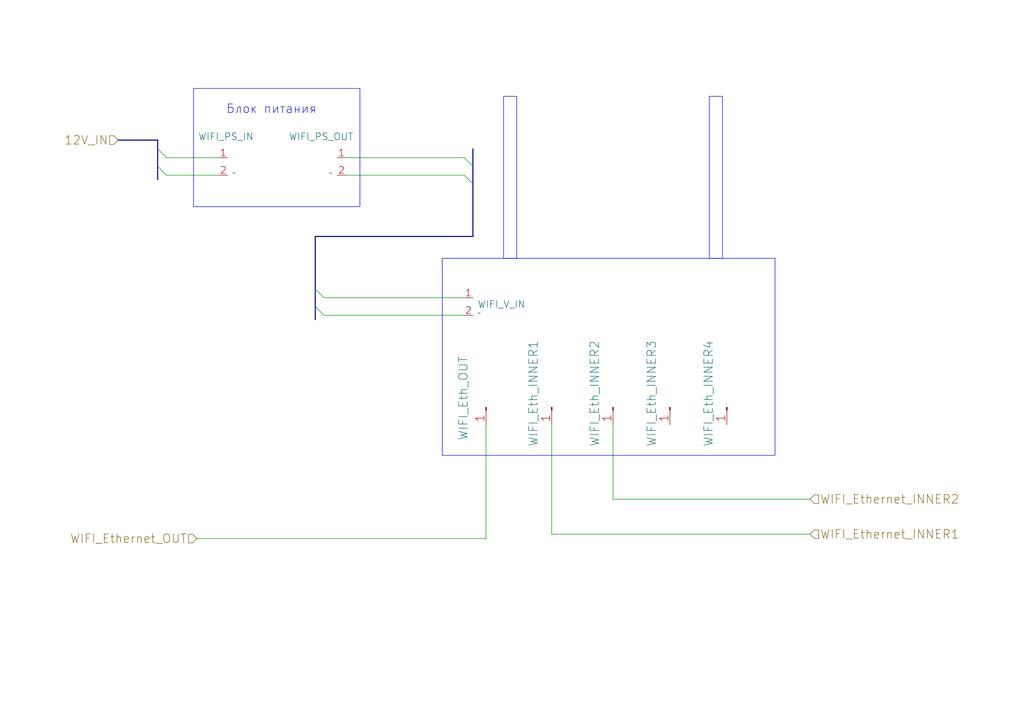
<source format=kicad_sch>
(kicad_sch (version 20231120) (generator "eeschema") (generator_version "8.0")
  (paper "A4")
  (lib_symbols
    (symbol "Connector:Conn_01x01_Pin" (pin_names (offset 1.016) hide)
      (property "Reference" "J" (at 0 6.604 0))
      (property "Value" "Conn_01x01_Pin" (at 0 -2.54 0))
      (symbol "Conn_01x01_Pin_1_1"
        (polyline (pts (xy 1.27 0) (xy 0.8636 0)) (stroke (width 0.1524)))
        (rectangle (start 0.8636 0.127) (end 0 -0.127) (stroke (width 0.1524)) (fill (type outline)))
        (pin passive line (at 5.08 0 180) (length 3.81) (name "Pin_1") (number "1"))
      )
    )
    (symbol "Connector:Conn_01x02_(wide)"
      (property "Reference" "J" (at 0 0 0))
      (symbol "Conn_01x02_(wide)_1_1"
        (pin input line (at -2.54 -5.08 0) (length 2.54) (name "") (number "1"))
        (pin input line (at -2.54 -10.16 0) (length 2.54) (name "") (number "2"))
      )
    )
  )
  (bus_entry (at 134.62 45.72) (size 2.54 2.54))
  (bus_entry (at 91.44 88.9) (size 2.54 2.54))
  (bus_entry (at 45.72 43.18) (size 2.54 2.54))
  (bus_entry (at 91.44 83.82) (size 2.54 2.54))
  (bus_entry (at 134.62 50.8) (size 2.54 2.54))
  (bus_entry (at 45.72 48.26) (size 2.54 2.54))
  (bus (pts (xy 45.72 40.64) (xy 45.72 43.18)))
  (wire (pts (xy 48.26 50.8) (xy 63.5 50.8)))
  (wire (pts (xy 48.26 45.72) (xy 63.5 45.72)))
  (bus (pts (xy 137.16 48.26) (xy 137.16 53.34)))
  (wire (pts (xy 177.8 123.19) (xy 177.8 144.78)))
  (wire (pts (xy 140.97 156.21) (xy 140.97 123.19)))
  (bus (pts (xy 45.72 43.18) (xy 45.72 48.26)))
  (wire (pts (xy 100.33 50.8) (xy 134.62 50.8)))
  (bus (pts (xy 34.29 40.64) (xy 45.72 40.64)))
  (wire (pts (xy 93.98 91.44) (xy 134.62 91.44)))
  (wire (pts (xy 57.15 156.21) (xy 140.97 156.21)))
  (bus (pts (xy 91.44 68.58) (xy 91.44 83.82)))
  (bus (pts (xy 91.44 83.82) (xy 91.44 88.9)))
  (bus (pts (xy 45.72 48.26) (xy 45.72 52.07)))
  (wire (pts (xy 100.33 45.72) (xy 134.62 45.72)))
  (bus (pts (xy 91.44 88.9) (xy 91.44 92.71)))
  (bus (pts (xy 137.16 68.58) (xy 91.44 68.58)))
  (bus (pts (xy 137.16 53.34) (xy 137.16 68.58)))
  (wire (pts (xy 93.98 86.36) (xy 134.62 86.36)))
  (wire (pts (xy 177.8 144.78) (xy 234.95 144.78)))
  (wire (pts (xy 160.02 154.94) (xy 160.02 123.19)))
  (bus (pts (xy 137.16 43.18) (xy 137.16 48.26)))
  (wire (pts (xy 234.95 154.94) (xy 160.02 154.94)))
  (rectangle (start 205.74 27.94) (end 209.55 74.93))
  (rectangle (start 128.27 74.93) (end 224.79 132.08))
  (rectangle (start 146.05 27.94) (end 149.86 74.93))
  (rectangle (start 56.134 25.654) (end 104.394 59.944))
  (text "Блок питания" (at 78.74 31.75 0) (effects (font (size 2.5 2.5))))
  (hierarchical_label "WIFI_Ethernet_INNER1" (shape input) (at 234.95 154.94 0) (effects (font (size 2.5 2.5))))
  (hierarchical_label "WIFI_Ethernet_INNER2" (shape input) (at 234.95 144.78 0) (effects (font (size 2.5 2.5))))
  (hierarchical_label "WIFI_Ethernet_OUT" (shape input) (at 57.15 156.21 180) (effects (font (size 2.5 2.5))))
  (hierarchical_label "12V_IN" (shape input) (at 34.29 40.64 180) (effects (font (size 2.5 2.5))))
  (symbol (lib_id "Connector:Conn_01x01_Pin") (at 194.31 118.11 270) (unit 1)
    (property "Reference" "WIFI_Eth_INNER3" (at 188.976 98.552 0) (effects (font (size 2.5 2.5)) (justify left)))
    (property "Value" "Conn_01x01_Pin" (effects (hide yes)))
    (property "Description" "Generic connector, single row, 01x01, script generated" (effects (hide yes)))
  )
  (symbol (lib_id "Connector:Conn_01x02_(wide)") (at 66.04 40.64 0) (unit 1)
    (property "Reference" "WIFI_PS_IN" (at 57.404 39.624 0) (effects (font (size 2 2)) (justify left)))
    (property "Value" "~" (at 67.31 50.165 0) (effects (justify left)))
  )
  (symbol (lib_id "Connector:Conn_01x02_(wide)") (at 97.79 40.64 0) (mirror y) (unit 1)
    (property "Reference" "WIFI_PS_OUT" (at 102.616 39.624 0) (effects (font (size 2 2)) (justify left)))
    (property "Value" "~" (at 96.52 50.165 0) (effects (justify left)))
  )
  (symbol (lib_id "Connector:Conn_01x01_Pin") (at 140.97 118.11 270) (unit 1)
    (property "Reference" "WIFI_Eth_OUT" (at 134.366 103.124 0) (effects (font (size 2.5 2.5)) (justify left)))
    (property "Value" "Conn_01x01_Pin" (effects (hide yes)))
    (property "Description" "Generic connector, single row, 01x01, script generated" (effects (hide yes)))
  )
  (symbol (lib_id "Connector:Conn_01x01_Pin") (at 177.8 118.11 270) (unit 1)
    (property "Reference" "WIFI_Eth_INNER2" (at 172.466 98.552 0) (effects (font (size 2.5 2.5)) (justify left)))
    (property "Value" "Conn_01x01_Pin" (effects (hide yes)))
    (property "Description" "Generic connector, single row, 01x01, script generated" (effects (hide yes)))
  )
  (symbol (lib_id "Connector:Conn_01x01_Pin") (at 160.02 118.11 270) (unit 1)
    (property "Reference" "WIFI_Eth_INNER1" (at 154.686 98.552 0) (effects (font (size 2.5 2.5)) (justify left)))
    (property "Value" "Conn_01x01_Pin" (effects (hide yes)))
    (property "Description" "Generic connector, single row, 01x01, script generated" (effects (hide yes)))
  )
  (symbol (lib_id "Connector:Conn_01x01_Pin") (at 210.82 118.11 270) (unit 1)
    (property "Reference" "WIFI_Eth_INNER4" (at 205.486 98.552 0) (effects (font (size 2.5 2.5)) (justify left)))
    (property "Value" "Conn_01x01_Pin" (effects (hide yes)))
    (property "Description" "Generic connector, single row, 01x01, script generated" (effects (hide yes)))
  )
  (symbol (lib_id "Connector:Conn_01x02_(wide)") (at 137.16 81.28 0) (unit 1)
    (property "Reference" "WIFI_V_IN" (at 138.43 88.2649 0) (effects (font (size 2 2)) (justify left)))
    (property "Value" "~" (at 138.43 90.805 0) (effects (justify left)))
  )
)
</source>
